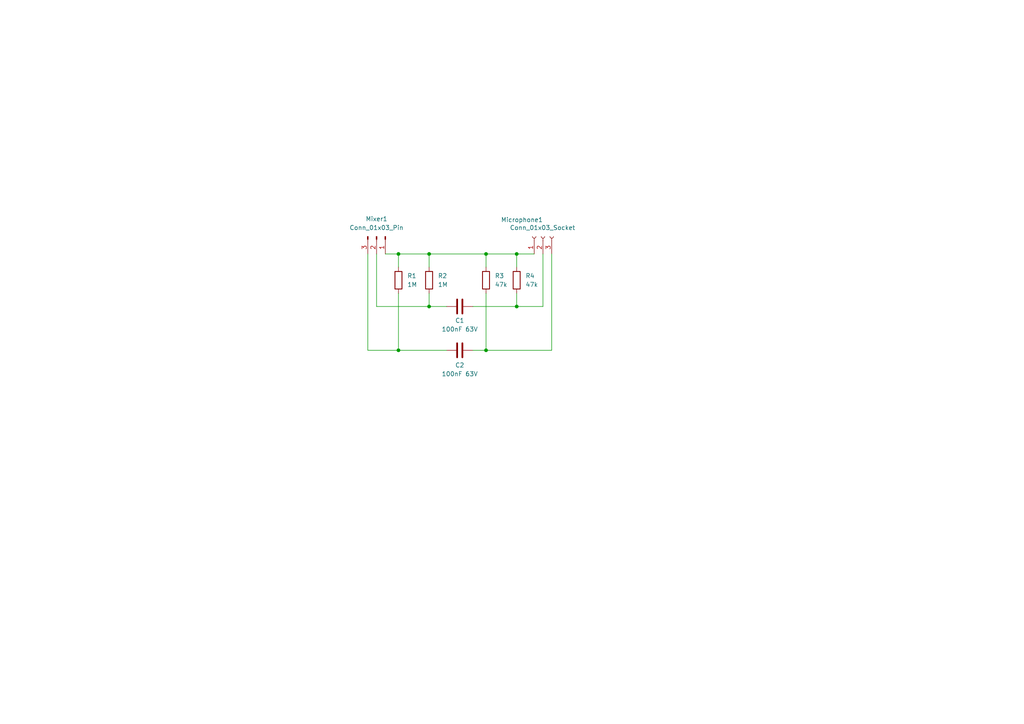
<source format=kicad_sch>
(kicad_sch (version 20250114) (generator "eeschema") (generator_version "9.0")
  (paper "A4")
  (lib_symbols
    (symbol "Connector:Conn_01x03_Pin" (pin_names (offset 1.016) (hide yes))
      (property "Reference" "J" (at 0 5.08 0))
      (property "Value" "Conn_01x03_Pin" (at 0 -5.08 0))
      (symbol "Conn_01x03_Pin_1_1"
        (rectangle (start 0.8636 2.667) (end 0 2.413) (stroke (width 0.1524)) (fill (type outline)))
        (rectangle (start 0.8636 0.127) (end 0 -0.127) (stroke (width 0.1524)) (fill (type outline)))
        (rectangle (start 0.8636 -2.413) (end 0 -2.667) (stroke (width 0.1524)) (fill (type outline)))
        (polyline (pts (xy 1.27 2.54) (xy 0.8636 2.54)) (stroke (width 0.1524)))
        (polyline (pts (xy 1.27 0) (xy 0.8636 0)) (stroke (width 0.1524)))
        (polyline (pts (xy 1.27 -2.54) (xy 0.8636 -2.54)) (stroke (width 0.1524)))
        (pin passive line (at 5.08 2.54 180) (length 3.81) (name "Pin_1") (number "1"))
        (pin passive line (at 5.08 0 180) (length 3.81) (name "Pin_2") (number "2"))
        (pin passive line (at 5.08 -2.54 180) (length 3.81) (name "Pin_3") (number "3"))
      )
    )
    (symbol "Connector:Conn_01x03_Socket" (pin_names (offset 1.016) (hide yes))
      (property "Reference" "J" (at 0 5.08 0))
      (property "Value" "Conn_01x03_Socket" (at 0 -5.08 0))
      (symbol "Conn_01x03_Socket_1_1"
        (polyline (pts (xy -1.27 2.54) (xy -0.508 2.54)) (stroke (width 0.1524)))
        (polyline (pts (xy -1.27 0) (xy -0.508 0)) (stroke (width 0.1524)))
        (polyline (pts (xy -1.27 -2.54) (xy -0.508 -2.54)) (stroke (width 0.1524)))
        (arc (start 0 2.032) (mid -0.5058 2.54) (end 0 3.048) (stroke (width 0.1524)))
        (arc (start 0 -0.508) (mid -0.5058 0) (end 0 0.508) (stroke (width 0.1524)))
        (arc (start 0 -3.048) (mid -0.5058 -2.54) (end 0 -2.032) (stroke (width 0.1524)))
        (pin passive line (at -5.08 2.54 0) (length 3.81) (name "Pin_1") (number "1"))
        (pin passive line (at -5.08 0 0) (length 3.81) (name "Pin_2") (number "2"))
        (pin passive line (at -5.08 -2.54 0) (length 3.81) (name "Pin_3") (number "3"))
      )
    )
    (symbol "Device:C" (pin_numbers (hide yes)) (pin_names (offset 0.254))
      (property "Reference" "C" (at 0.635 2.54 0))
      (property "Value" "C" (at 0.635 -2.54 0))
      (symbol "C_0_1"
        (polyline (pts (xy -2.032 0.762) (xy 2.032 0.762)) (stroke (width 0.508)))
        (polyline (pts (xy -2.032 -0.762) (xy 2.032 -0.762)) (stroke (width 0.508)))
      )
      (symbol "C_1_1"
        (pin passive line (at 0 3.81 270) (length 2.794) (name "~") (number "1"))
        (pin passive line (at 0 -3.81 90) (length 2.794) (name "~") (number "2"))
      )
    )
    (symbol "Device:R" (pin_numbers (hide yes)) (pin_names (offset 0))
      (property "Reference" "R" (at 2.032 0 90))
      (property "Value" "R" (at 0 0 90))
      (symbol "R_0_1"
        (rectangle (start -1.016 -2.54) (end 1.016 2.54) (stroke (width 0.254)))
      )
      (symbol "R_1_1"
        (pin passive line (at 0 3.81 270) (length 1.27) (name "~") (number "1"))
        (pin passive line (at 0 -3.81 90) (length 1.27) (name "~") (number "2"))
      )
    )
  )
  (junction (at 149.86 88.9))
  (junction (at 140.97 73.66))
  (junction (at 124.46 88.9))
  (junction (at 140.97 101.6))
  (junction (at 124.46 73.66))
  (junction (at 115.57 101.6))
  (junction (at 149.86 73.66))
  (junction (at 115.57 73.66))
  (wire (pts (xy 115.57 101.6) (xy 129.54 101.6)))
  (wire (pts (xy 140.97 85.09) (xy 140.97 101.6)))
  (wire (pts (xy 109.22 73.66) (xy 109.22 88.9)))
  (wire (pts (xy 109.22 88.9) (xy 124.46 88.9)))
  (wire (pts (xy 140.97 101.6) (xy 160.02 101.6)))
  (wire (pts (xy 149.86 85.09) (xy 149.86 88.9)))
  (wire (pts (xy 157.48 73.66) (xy 157.48 88.9)))
  (wire (pts (xy 115.57 73.66) (xy 124.46 73.66)))
  (wire (pts (xy 124.46 73.66) (xy 124.46 77.47)))
  (wire (pts (xy 124.46 88.9) (xy 129.54 88.9)))
  (wire (pts (xy 124.46 73.66) (xy 140.97 73.66)))
  (wire (pts (xy 137.16 88.9) (xy 149.86 88.9)))
  (wire (pts (xy 137.16 101.6) (xy 140.97 101.6)))
  (wire (pts (xy 106.68 73.66) (xy 106.68 101.6)))
  (wire (pts (xy 149.86 73.66) (xy 149.86 77.47)))
  (wire (pts (xy 115.57 73.66) (xy 115.57 77.47)))
  (wire (pts (xy 149.86 88.9) (xy 157.48 88.9)))
  (wire (pts (xy 160.02 73.66) (xy 160.02 101.6)))
  (wire (pts (xy 115.57 85.09) (xy 115.57 101.6)))
  (wire (pts (xy 140.97 73.66) (xy 149.86 73.66)))
  (wire (pts (xy 106.68 101.6) (xy 115.57 101.6)))
  (wire (pts (xy 124.46 85.09) (xy 124.46 88.9)))
  (wire (pts (xy 140.97 73.66) (xy 140.97 77.47)))
  (wire (pts (xy 149.86 73.66) (xy 154.94 73.66)))
  (wire (pts (xy 111.76 73.66) (xy 115.57 73.66)))
  (symbol (lib_id "Device:R") (at 140.97 81.28 0) (unit 1)
    (property "Reference" "R3" (at 143.51 80.0099 0) (effects (justify left)))
    (property "Value" "47k" (at 143.51 82.5499 0) (effects (justify left)))
    (property "Footprint" "Resistor_SMD:R_0805_2012Metric_Pad1.20x1.40mm_HandSolder" (effects (hide yes)))
    (property "Description" "Resistor" (effects (hide yes)))
  )
  (symbol (lib_id "Device:R") (at 149.86 81.28 0) (unit 1)
    (property "Reference" "R4" (at 152.4 80.0099 0) (effects (justify left)))
    (property "Value" "47k" (at 152.4 82.5499 0) (effects (justify left)))
    (property "Footprint" "Resistor_SMD:R_0805_2012Metric_Pad1.20x1.40mm_HandSolder" (effects (hide yes)))
    (property "Description" "Resistor" (effects (hide yes)))
  )
  (symbol (lib_id "Connector:Conn_01x03_Socket") (at 157.48 68.58 90) (unit 1)
    (property "Reference" "Microphone1" (at 157.48 63.754 90) (effects (justify left)))
    (property "Value" "Conn_01x03_Socket" (at 166.878 66.04 90) (effects (justify left)))
    (property "Footprint" "Connector_Wire:SolderWire-0.1sqmm_1x03_P3.6mm_D0.4mm_OD1mm" (effects (hide yes)))
    (property "Description" "Generic connector, single row, 01x03, script generated" (effects (hide yes)))
  )
  (symbol (lib_id "Device:R") (at 124.46 81.28 0) (unit 1)
    (property "Reference" "R2" (at 127 80.0099 0) (effects (justify left)))
    (property "Value" "1M" (at 127 82.5499 0) (effects (justify left)))
    (property "Footprint" "Resistor_SMD:R_0805_2012Metric_Pad1.20x1.40mm_HandSolder" (effects (hide yes)))
    (property "Description" "Resistor" (effects (hide yes)))
  )
  (symbol (lib_id "Device:R") (at 115.57 81.28 0) (unit 1)
    (property "Reference" "R1" (at 118.11 80.0099 0) (effects (justify left)))
    (property "Value" "1M" (at 118.11 82.5499 0) (effects (justify left)))
    (property "Footprint" "Resistor_SMD:R_0805_2012Metric_Pad1.20x1.40mm_HandSolder" (effects (hide yes)))
    (property "Description" "Resistor" (effects (hide yes)))
  )
  (symbol (lib_id "Device:C") (at 133.35 88.9 90) (unit 1)
    (property "Reference" "C1" (at 133.35 92.964 90))
    (property "Value" "100nF 63V" (at 133.35 95.504 90))
    (property "Footprint" "Capacitor_SMD:C_1206_3216Metric_Pad1.33x1.80mm_HandSolder" (effects (hide yes)))
    (property "Description" "Unpolarized capacitor" (effects (hide yes)))
  )
  (symbol (lib_id "Device:C") (at 133.35 101.6 90) (unit 1)
    (property "Reference" "C2" (at 133.35 105.918 90))
    (property "Value" "100nF 63V" (at 133.35 108.458 90))
    (property "Footprint" "Capacitor_SMD:C_1206_3216Metric_Pad1.33x1.80mm_HandSolder" (effects (hide yes)))
    (property "Description" "Unpolarized capacitor" (effects (hide yes)))
  )
  (symbol (lib_id "Connector:Conn_01x03_Pin") (at 109.22 68.58 270) (unit 1)
    (property "Reference" "Mixer1" (at 109.22 63.5 90))
    (property "Value" "Conn_01x03_Pin" (at 109.22 66.04 90))
    (property "Footprint" "01_Custom:XLR-Pin-SolderPad" (effects (hide yes)))
    (property "Description" "Generic connector, single row, 01x03, script generated" (effects (hide yes)))
  )
)
</source>
